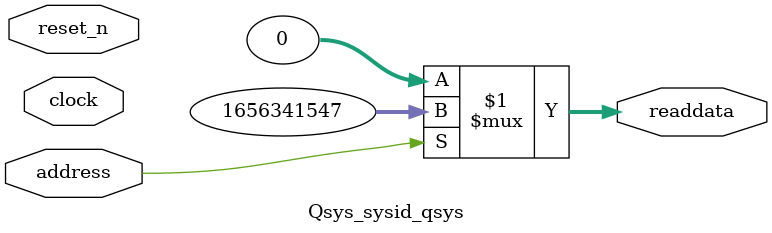
<source format=v>



// synthesis translate_off
`timescale 1ns / 1ps
// synthesis translate_on

// turn off superfluous verilog processor warnings 
// altera message_level Level1 
// altera message_off 10034 10035 10036 10037 10230 10240 10030 

module Qsys_sysid_qsys (
               // inputs:
                address,
                clock,
                reset_n,

               // outputs:
                readdata
             )
;

  output  [ 31: 0] readdata;
  input            address;
  input            clock;
  input            reset_n;

  wire    [ 31: 0] readdata;
  //control_slave, which is an e_avalon_slave
  assign readdata = address ? 1656341547 : 0;

endmodule



</source>
